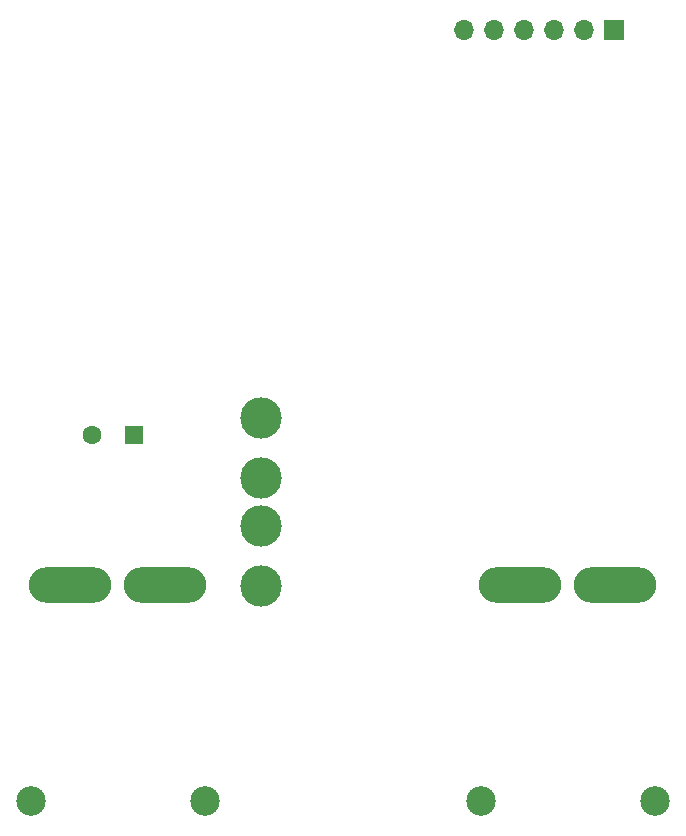
<source format=gbr>
%TF.GenerationSoftware,KiCad,Pcbnew,6.0.2+dfsg-1*%
%TF.CreationDate,2022-11-28T11:13:57-05:00*%
%TF.ProjectId,bts7960-clone-board,62747337-3936-4302-9d63-6c6f6e652d62,rev?*%
%TF.SameCoordinates,Original*%
%TF.FileFunction,Soldermask,Bot*%
%TF.FilePolarity,Negative*%
%FSLAX46Y46*%
G04 Gerber Fmt 4.6, Leading zero omitted, Abs format (unit mm)*
G04 Created by KiCad (PCBNEW 6.0.2+dfsg-1) date 2022-11-28 11:13:57*
%MOMM*%
%LPD*%
G01*
G04 APERTURE LIST*
%ADD10R,1.700000X1.700000*%
%ADD11O,1.700000X1.700000*%
%ADD12C,2.500000*%
%ADD13O,7.000000X3.000000*%
%ADD14R,1.600000X1.600000*%
%ADD15C,1.600000*%
%ADD16C,3.500000*%
G04 APERTURE END LIST*
D10*
%TO.C,J1*%
X107315000Y-45085000D03*
D11*
X104775000Y-45085000D03*
X102235000Y-45085000D03*
X99695000Y-45085000D03*
X97155000Y-45085000D03*
X94615000Y-45085000D03*
%TD*%
D12*
%TO.C,J2*%
X57999000Y-110423000D03*
X72731000Y-110423000D03*
D13*
X69302000Y-92135000D03*
X61301000Y-92135000D03*
%TD*%
D14*
%TO.C,C1*%
X66675000Y-79375000D03*
D15*
X63175000Y-79375000D03*
%TD*%
D16*
%TO.C,F1*%
X77470000Y-87120000D03*
X77470000Y-92200000D03*
X77470000Y-77980000D03*
X77470000Y-83060000D03*
%TD*%
D12*
%TO.C,J3*%
X110831000Y-110423000D03*
X96099000Y-110423000D03*
D13*
X107402000Y-92135000D03*
X99401000Y-92135000D03*
%TD*%
M02*

</source>
